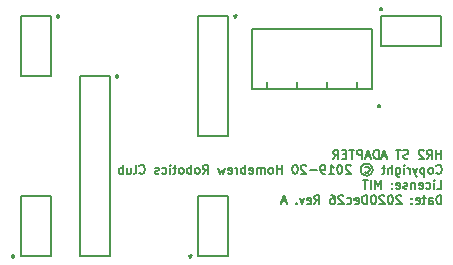
<source format=gbr>
%TF.GenerationSoftware,KiCad,Pcbnew,5.1.9-73d0e3b20d~88~ubuntu20.04.1*%
%TF.CreationDate,2020-12-29T15:57:48-08:00*%
%TF.ProjectId,st_adapter,73745f61-6461-4707-9465-722e6b696361,A*%
%TF.SameCoordinates,Original*%
%TF.FileFunction,Legend,Bot*%
%TF.FilePolarity,Positive*%
%FSLAX46Y46*%
G04 Gerber Fmt 4.6, Leading zero omitted, Abs format (unit mm)*
G04 Created by KiCad (PCBNEW 5.1.9-73d0e3b20d~88~ubuntu20.04.1) date 2020-12-29 15:57:48*
%MOMM*%
%LPD*%
G01*
G04 APERTURE LIST*
%ADD10C,0.150000*%
%ADD11C,0.200000*%
G04 APERTURE END LIST*
D10*
X102593928Y-102312785D02*
X102593928Y-101562785D01*
X102593928Y-101919928D02*
X102165357Y-101919928D01*
X102165357Y-102312785D02*
X102165357Y-101562785D01*
X101379642Y-102312785D02*
X101629642Y-101955642D01*
X101808214Y-102312785D02*
X101808214Y-101562785D01*
X101522500Y-101562785D01*
X101451071Y-101598500D01*
X101415357Y-101634214D01*
X101379642Y-101705642D01*
X101379642Y-101812785D01*
X101415357Y-101884214D01*
X101451071Y-101919928D01*
X101522500Y-101955642D01*
X101808214Y-101955642D01*
X101093928Y-101634214D02*
X101058214Y-101598500D01*
X100986785Y-101562785D01*
X100808214Y-101562785D01*
X100736785Y-101598500D01*
X100701071Y-101634214D01*
X100665357Y-101705642D01*
X100665357Y-101777071D01*
X100701071Y-101884214D01*
X101129642Y-102312785D01*
X100665357Y-102312785D01*
X99808214Y-102277071D02*
X99701071Y-102312785D01*
X99522500Y-102312785D01*
X99451071Y-102277071D01*
X99415357Y-102241357D01*
X99379642Y-102169928D01*
X99379642Y-102098500D01*
X99415357Y-102027071D01*
X99451071Y-101991357D01*
X99522500Y-101955642D01*
X99665357Y-101919928D01*
X99736785Y-101884214D01*
X99772500Y-101848500D01*
X99808214Y-101777071D01*
X99808214Y-101705642D01*
X99772500Y-101634214D01*
X99736785Y-101598500D01*
X99665357Y-101562785D01*
X99486785Y-101562785D01*
X99379642Y-101598500D01*
X99165357Y-101562785D02*
X98736785Y-101562785D01*
X98951071Y-102312785D02*
X98951071Y-101562785D01*
X97951071Y-102098500D02*
X97593928Y-102098500D01*
X98022500Y-102312785D02*
X97772500Y-101562785D01*
X97522500Y-102312785D01*
X97272500Y-102312785D02*
X97272500Y-101562785D01*
X97093928Y-101562785D01*
X96986785Y-101598500D01*
X96915357Y-101669928D01*
X96879642Y-101741357D01*
X96843928Y-101884214D01*
X96843928Y-101991357D01*
X96879642Y-102134214D01*
X96915357Y-102205642D01*
X96986785Y-102277071D01*
X97093928Y-102312785D01*
X97272500Y-102312785D01*
X96558214Y-102098500D02*
X96201071Y-102098500D01*
X96629642Y-102312785D02*
X96379642Y-101562785D01*
X96129642Y-102312785D01*
X95879642Y-102312785D02*
X95879642Y-101562785D01*
X95593928Y-101562785D01*
X95522500Y-101598500D01*
X95486785Y-101634214D01*
X95451071Y-101705642D01*
X95451071Y-101812785D01*
X95486785Y-101884214D01*
X95522500Y-101919928D01*
X95593928Y-101955642D01*
X95879642Y-101955642D01*
X95236785Y-101562785D02*
X94808214Y-101562785D01*
X95022500Y-102312785D02*
X95022500Y-101562785D01*
X94558214Y-101919928D02*
X94308214Y-101919928D01*
X94201071Y-102312785D02*
X94558214Y-102312785D01*
X94558214Y-101562785D01*
X94201071Y-101562785D01*
X93451071Y-102312785D02*
X93701071Y-101955642D01*
X93879642Y-102312785D02*
X93879642Y-101562785D01*
X93593928Y-101562785D01*
X93522500Y-101598500D01*
X93486785Y-101634214D01*
X93451071Y-101705642D01*
X93451071Y-101812785D01*
X93486785Y-101884214D01*
X93522500Y-101919928D01*
X93593928Y-101955642D01*
X93879642Y-101955642D01*
X102165357Y-103516357D02*
X102201071Y-103552071D01*
X102308214Y-103587785D01*
X102379642Y-103587785D01*
X102486785Y-103552071D01*
X102558214Y-103480642D01*
X102593928Y-103409214D01*
X102629642Y-103266357D01*
X102629642Y-103159214D01*
X102593928Y-103016357D01*
X102558214Y-102944928D01*
X102486785Y-102873500D01*
X102379642Y-102837785D01*
X102308214Y-102837785D01*
X102201071Y-102873500D01*
X102165357Y-102909214D01*
X101736785Y-103587785D02*
X101808214Y-103552071D01*
X101843928Y-103516357D01*
X101879642Y-103444928D01*
X101879642Y-103230642D01*
X101843928Y-103159214D01*
X101808214Y-103123500D01*
X101736785Y-103087785D01*
X101629642Y-103087785D01*
X101558214Y-103123500D01*
X101522500Y-103159214D01*
X101486785Y-103230642D01*
X101486785Y-103444928D01*
X101522500Y-103516357D01*
X101558214Y-103552071D01*
X101629642Y-103587785D01*
X101736785Y-103587785D01*
X101165357Y-103087785D02*
X101165357Y-103837785D01*
X101165357Y-103123500D02*
X101093928Y-103087785D01*
X100951071Y-103087785D01*
X100879642Y-103123500D01*
X100843928Y-103159214D01*
X100808214Y-103230642D01*
X100808214Y-103444928D01*
X100843928Y-103516357D01*
X100879642Y-103552071D01*
X100951071Y-103587785D01*
X101093928Y-103587785D01*
X101165357Y-103552071D01*
X100558214Y-103087785D02*
X100379642Y-103587785D01*
X100201071Y-103087785D02*
X100379642Y-103587785D01*
X100451071Y-103766357D01*
X100486785Y-103802071D01*
X100558214Y-103837785D01*
X99915357Y-103587785D02*
X99915357Y-103087785D01*
X99915357Y-103230642D02*
X99879642Y-103159214D01*
X99843928Y-103123500D01*
X99772500Y-103087785D01*
X99701071Y-103087785D01*
X99451071Y-103587785D02*
X99451071Y-103087785D01*
X99451071Y-102837785D02*
X99486785Y-102873500D01*
X99451071Y-102909214D01*
X99415357Y-102873500D01*
X99451071Y-102837785D01*
X99451071Y-102909214D01*
X98772500Y-103087785D02*
X98772500Y-103694928D01*
X98808214Y-103766357D01*
X98843928Y-103802071D01*
X98915357Y-103837785D01*
X99022500Y-103837785D01*
X99093928Y-103802071D01*
X98772500Y-103552071D02*
X98843928Y-103587785D01*
X98986785Y-103587785D01*
X99058214Y-103552071D01*
X99093928Y-103516357D01*
X99129642Y-103444928D01*
X99129642Y-103230642D01*
X99093928Y-103159214D01*
X99058214Y-103123500D01*
X98986785Y-103087785D01*
X98843928Y-103087785D01*
X98772500Y-103123500D01*
X98415357Y-103587785D02*
X98415357Y-102837785D01*
X98093928Y-103587785D02*
X98093928Y-103194928D01*
X98129642Y-103123500D01*
X98201071Y-103087785D01*
X98308214Y-103087785D01*
X98379642Y-103123500D01*
X98415357Y-103159214D01*
X97843928Y-103087785D02*
X97558214Y-103087785D01*
X97736785Y-102837785D02*
X97736785Y-103480642D01*
X97701071Y-103552071D01*
X97629642Y-103587785D01*
X97558214Y-103587785D01*
X96129642Y-103016357D02*
X96201071Y-102980642D01*
X96343928Y-102980642D01*
X96415357Y-103016357D01*
X96486785Y-103087785D01*
X96522500Y-103159214D01*
X96522500Y-103302071D01*
X96486785Y-103373500D01*
X96415357Y-103444928D01*
X96343928Y-103480642D01*
X96201071Y-103480642D01*
X96129642Y-103444928D01*
X96272500Y-102730642D02*
X96451071Y-102766357D01*
X96629642Y-102873500D01*
X96736785Y-103052071D01*
X96772500Y-103230642D01*
X96736785Y-103409214D01*
X96629642Y-103587785D01*
X96451071Y-103694928D01*
X96272500Y-103730642D01*
X96093928Y-103694928D01*
X95915357Y-103587785D01*
X95808214Y-103409214D01*
X95772500Y-103230642D01*
X95808214Y-103052071D01*
X95915357Y-102873500D01*
X96093928Y-102766357D01*
X96272500Y-102730642D01*
X94915357Y-102909214D02*
X94879642Y-102873500D01*
X94808214Y-102837785D01*
X94629642Y-102837785D01*
X94558214Y-102873500D01*
X94522500Y-102909214D01*
X94486785Y-102980642D01*
X94486785Y-103052071D01*
X94522500Y-103159214D01*
X94951071Y-103587785D01*
X94486785Y-103587785D01*
X94022500Y-102837785D02*
X93951071Y-102837785D01*
X93879642Y-102873500D01*
X93843928Y-102909214D01*
X93808214Y-102980642D01*
X93772500Y-103123500D01*
X93772500Y-103302071D01*
X93808214Y-103444928D01*
X93843928Y-103516357D01*
X93879642Y-103552071D01*
X93951071Y-103587785D01*
X94022500Y-103587785D01*
X94093928Y-103552071D01*
X94129642Y-103516357D01*
X94165357Y-103444928D01*
X94201071Y-103302071D01*
X94201071Y-103123500D01*
X94165357Y-102980642D01*
X94129642Y-102909214D01*
X94093928Y-102873500D01*
X94022500Y-102837785D01*
X93058214Y-103587785D02*
X93486785Y-103587785D01*
X93272500Y-103587785D02*
X93272500Y-102837785D01*
X93343928Y-102944928D01*
X93415357Y-103016357D01*
X93486785Y-103052071D01*
X92701071Y-103587785D02*
X92558214Y-103587785D01*
X92486785Y-103552071D01*
X92451071Y-103516357D01*
X92379642Y-103409214D01*
X92343928Y-103266357D01*
X92343928Y-102980642D01*
X92379642Y-102909214D01*
X92415357Y-102873500D01*
X92486785Y-102837785D01*
X92629642Y-102837785D01*
X92701071Y-102873500D01*
X92736785Y-102909214D01*
X92772500Y-102980642D01*
X92772500Y-103159214D01*
X92736785Y-103230642D01*
X92701071Y-103266357D01*
X92629642Y-103302071D01*
X92486785Y-103302071D01*
X92415357Y-103266357D01*
X92379642Y-103230642D01*
X92343928Y-103159214D01*
X92022500Y-103302071D02*
X91451071Y-103302071D01*
X91129642Y-102909214D02*
X91093928Y-102873500D01*
X91022500Y-102837785D01*
X90843928Y-102837785D01*
X90772500Y-102873500D01*
X90736785Y-102909214D01*
X90701071Y-102980642D01*
X90701071Y-103052071D01*
X90736785Y-103159214D01*
X91165357Y-103587785D01*
X90701071Y-103587785D01*
X90236785Y-102837785D02*
X90165357Y-102837785D01*
X90093928Y-102873500D01*
X90058214Y-102909214D01*
X90022500Y-102980642D01*
X89986785Y-103123500D01*
X89986785Y-103302071D01*
X90022500Y-103444928D01*
X90058214Y-103516357D01*
X90093928Y-103552071D01*
X90165357Y-103587785D01*
X90236785Y-103587785D01*
X90308214Y-103552071D01*
X90343928Y-103516357D01*
X90379642Y-103444928D01*
X90415357Y-103302071D01*
X90415357Y-103123500D01*
X90379642Y-102980642D01*
X90343928Y-102909214D01*
X90308214Y-102873500D01*
X90236785Y-102837785D01*
X89093928Y-103587785D02*
X89093928Y-102837785D01*
X89093928Y-103194928D02*
X88665357Y-103194928D01*
X88665357Y-103587785D02*
X88665357Y-102837785D01*
X88201071Y-103587785D02*
X88272500Y-103552071D01*
X88308214Y-103516357D01*
X88343928Y-103444928D01*
X88343928Y-103230642D01*
X88308214Y-103159214D01*
X88272500Y-103123500D01*
X88201071Y-103087785D01*
X88093928Y-103087785D01*
X88022500Y-103123500D01*
X87986785Y-103159214D01*
X87951071Y-103230642D01*
X87951071Y-103444928D01*
X87986785Y-103516357D01*
X88022500Y-103552071D01*
X88093928Y-103587785D01*
X88201071Y-103587785D01*
X87629642Y-103587785D02*
X87629642Y-103087785D01*
X87629642Y-103159214D02*
X87593928Y-103123500D01*
X87522500Y-103087785D01*
X87415357Y-103087785D01*
X87343928Y-103123500D01*
X87308214Y-103194928D01*
X87308214Y-103587785D01*
X87308214Y-103194928D02*
X87272500Y-103123500D01*
X87201071Y-103087785D01*
X87093928Y-103087785D01*
X87022500Y-103123500D01*
X86986785Y-103194928D01*
X86986785Y-103587785D01*
X86343928Y-103552071D02*
X86415357Y-103587785D01*
X86558214Y-103587785D01*
X86629642Y-103552071D01*
X86665357Y-103480642D01*
X86665357Y-103194928D01*
X86629642Y-103123500D01*
X86558214Y-103087785D01*
X86415357Y-103087785D01*
X86343928Y-103123500D01*
X86308214Y-103194928D01*
X86308214Y-103266357D01*
X86665357Y-103337785D01*
X85986785Y-103587785D02*
X85986785Y-102837785D01*
X85986785Y-103123500D02*
X85915357Y-103087785D01*
X85772500Y-103087785D01*
X85701071Y-103123500D01*
X85665357Y-103159214D01*
X85629642Y-103230642D01*
X85629642Y-103444928D01*
X85665357Y-103516357D01*
X85701071Y-103552071D01*
X85772500Y-103587785D01*
X85915357Y-103587785D01*
X85986785Y-103552071D01*
X85308214Y-103587785D02*
X85308214Y-103087785D01*
X85308214Y-103230642D02*
X85272500Y-103159214D01*
X85236785Y-103123500D01*
X85165357Y-103087785D01*
X85093928Y-103087785D01*
X84558214Y-103552071D02*
X84629642Y-103587785D01*
X84772500Y-103587785D01*
X84843928Y-103552071D01*
X84879642Y-103480642D01*
X84879642Y-103194928D01*
X84843928Y-103123500D01*
X84772500Y-103087785D01*
X84629642Y-103087785D01*
X84558214Y-103123500D01*
X84522500Y-103194928D01*
X84522500Y-103266357D01*
X84879642Y-103337785D01*
X84272500Y-103087785D02*
X84129642Y-103587785D01*
X83986785Y-103230642D01*
X83843928Y-103587785D01*
X83701071Y-103087785D01*
X82415357Y-103587785D02*
X82665357Y-103230642D01*
X82843928Y-103587785D02*
X82843928Y-102837785D01*
X82558214Y-102837785D01*
X82486785Y-102873500D01*
X82451071Y-102909214D01*
X82415357Y-102980642D01*
X82415357Y-103087785D01*
X82451071Y-103159214D01*
X82486785Y-103194928D01*
X82558214Y-103230642D01*
X82843928Y-103230642D01*
X81986785Y-103587785D02*
X82058214Y-103552071D01*
X82093928Y-103516357D01*
X82129642Y-103444928D01*
X82129642Y-103230642D01*
X82093928Y-103159214D01*
X82058214Y-103123500D01*
X81986785Y-103087785D01*
X81879642Y-103087785D01*
X81808214Y-103123500D01*
X81772500Y-103159214D01*
X81736785Y-103230642D01*
X81736785Y-103444928D01*
X81772500Y-103516357D01*
X81808214Y-103552071D01*
X81879642Y-103587785D01*
X81986785Y-103587785D01*
X81415357Y-103587785D02*
X81415357Y-102837785D01*
X81415357Y-103123500D02*
X81343928Y-103087785D01*
X81201071Y-103087785D01*
X81129642Y-103123500D01*
X81093928Y-103159214D01*
X81058214Y-103230642D01*
X81058214Y-103444928D01*
X81093928Y-103516357D01*
X81129642Y-103552071D01*
X81201071Y-103587785D01*
X81343928Y-103587785D01*
X81415357Y-103552071D01*
X80629642Y-103587785D02*
X80701071Y-103552071D01*
X80736785Y-103516357D01*
X80772500Y-103444928D01*
X80772500Y-103230642D01*
X80736785Y-103159214D01*
X80701071Y-103123500D01*
X80629642Y-103087785D01*
X80522500Y-103087785D01*
X80451071Y-103123500D01*
X80415357Y-103159214D01*
X80379642Y-103230642D01*
X80379642Y-103444928D01*
X80415357Y-103516357D01*
X80451071Y-103552071D01*
X80522500Y-103587785D01*
X80629642Y-103587785D01*
X80165357Y-103087785D02*
X79879642Y-103087785D01*
X80058214Y-102837785D02*
X80058214Y-103480642D01*
X80022500Y-103552071D01*
X79951071Y-103587785D01*
X79879642Y-103587785D01*
X79629642Y-103587785D02*
X79629642Y-103087785D01*
X79629642Y-102837785D02*
X79665357Y-102873500D01*
X79629642Y-102909214D01*
X79593928Y-102873500D01*
X79629642Y-102837785D01*
X79629642Y-102909214D01*
X78951071Y-103552071D02*
X79022500Y-103587785D01*
X79165357Y-103587785D01*
X79236785Y-103552071D01*
X79272500Y-103516357D01*
X79308214Y-103444928D01*
X79308214Y-103230642D01*
X79272500Y-103159214D01*
X79236785Y-103123500D01*
X79165357Y-103087785D01*
X79022500Y-103087785D01*
X78951071Y-103123500D01*
X78665357Y-103552071D02*
X78593928Y-103587785D01*
X78451071Y-103587785D01*
X78379642Y-103552071D01*
X78343928Y-103480642D01*
X78343928Y-103444928D01*
X78379642Y-103373500D01*
X78451071Y-103337785D01*
X78558214Y-103337785D01*
X78629642Y-103302071D01*
X78665357Y-103230642D01*
X78665357Y-103194928D01*
X78629642Y-103123500D01*
X78558214Y-103087785D01*
X78451071Y-103087785D01*
X78379642Y-103123500D01*
X77022500Y-103516357D02*
X77058214Y-103552071D01*
X77165357Y-103587785D01*
X77236785Y-103587785D01*
X77343928Y-103552071D01*
X77415357Y-103480642D01*
X77451071Y-103409214D01*
X77486785Y-103266357D01*
X77486785Y-103159214D01*
X77451071Y-103016357D01*
X77415357Y-102944928D01*
X77343928Y-102873500D01*
X77236785Y-102837785D01*
X77165357Y-102837785D01*
X77058214Y-102873500D01*
X77022500Y-102909214D01*
X76593928Y-103587785D02*
X76665357Y-103552071D01*
X76701071Y-103480642D01*
X76701071Y-102837785D01*
X75986785Y-103087785D02*
X75986785Y-103587785D01*
X76308214Y-103087785D02*
X76308214Y-103480642D01*
X76272500Y-103552071D01*
X76201071Y-103587785D01*
X76093928Y-103587785D01*
X76022500Y-103552071D01*
X75986785Y-103516357D01*
X75629642Y-103587785D02*
X75629642Y-102837785D01*
X75629642Y-103123500D02*
X75558214Y-103087785D01*
X75415357Y-103087785D01*
X75343928Y-103123500D01*
X75308214Y-103159214D01*
X75272500Y-103230642D01*
X75272500Y-103444928D01*
X75308214Y-103516357D01*
X75343928Y-103552071D01*
X75415357Y-103587785D01*
X75558214Y-103587785D01*
X75629642Y-103552071D01*
X102236785Y-104862785D02*
X102593928Y-104862785D01*
X102593928Y-104112785D01*
X101986785Y-104862785D02*
X101986785Y-104362785D01*
X101986785Y-104112785D02*
X102022500Y-104148500D01*
X101986785Y-104184214D01*
X101951071Y-104148500D01*
X101986785Y-104112785D01*
X101986785Y-104184214D01*
X101308214Y-104827071D02*
X101379642Y-104862785D01*
X101522500Y-104862785D01*
X101593928Y-104827071D01*
X101629642Y-104791357D01*
X101665357Y-104719928D01*
X101665357Y-104505642D01*
X101629642Y-104434214D01*
X101593928Y-104398500D01*
X101522500Y-104362785D01*
X101379642Y-104362785D01*
X101308214Y-104398500D01*
X100701071Y-104827071D02*
X100772500Y-104862785D01*
X100915357Y-104862785D01*
X100986785Y-104827071D01*
X101022500Y-104755642D01*
X101022500Y-104469928D01*
X100986785Y-104398500D01*
X100915357Y-104362785D01*
X100772500Y-104362785D01*
X100701071Y-104398500D01*
X100665357Y-104469928D01*
X100665357Y-104541357D01*
X101022500Y-104612785D01*
X100343928Y-104362785D02*
X100343928Y-104862785D01*
X100343928Y-104434214D02*
X100308214Y-104398500D01*
X100236785Y-104362785D01*
X100129642Y-104362785D01*
X100058214Y-104398500D01*
X100022500Y-104469928D01*
X100022500Y-104862785D01*
X99701071Y-104827071D02*
X99629642Y-104862785D01*
X99486785Y-104862785D01*
X99415357Y-104827071D01*
X99379642Y-104755642D01*
X99379642Y-104719928D01*
X99415357Y-104648500D01*
X99486785Y-104612785D01*
X99593928Y-104612785D01*
X99665357Y-104577071D01*
X99701071Y-104505642D01*
X99701071Y-104469928D01*
X99665357Y-104398500D01*
X99593928Y-104362785D01*
X99486785Y-104362785D01*
X99415357Y-104398500D01*
X98772500Y-104827071D02*
X98843928Y-104862785D01*
X98986785Y-104862785D01*
X99058214Y-104827071D01*
X99093928Y-104755642D01*
X99093928Y-104469928D01*
X99058214Y-104398500D01*
X98986785Y-104362785D01*
X98843928Y-104362785D01*
X98772500Y-104398500D01*
X98736785Y-104469928D01*
X98736785Y-104541357D01*
X99093928Y-104612785D01*
X98415357Y-104791357D02*
X98379642Y-104827071D01*
X98415357Y-104862785D01*
X98451071Y-104827071D01*
X98415357Y-104791357D01*
X98415357Y-104862785D01*
X98415357Y-104398500D02*
X98379642Y-104434214D01*
X98415357Y-104469928D01*
X98451071Y-104434214D01*
X98415357Y-104398500D01*
X98415357Y-104469928D01*
X97486785Y-104862785D02*
X97486785Y-104112785D01*
X97236785Y-104648500D01*
X96986785Y-104112785D01*
X96986785Y-104862785D01*
X96629642Y-104862785D02*
X96629642Y-104112785D01*
X96379642Y-104112785D02*
X95951071Y-104112785D01*
X96165357Y-104862785D02*
X96165357Y-104112785D01*
X102593928Y-106137785D02*
X102593928Y-105387785D01*
X102415357Y-105387785D01*
X102308214Y-105423500D01*
X102236785Y-105494928D01*
X102201071Y-105566357D01*
X102165357Y-105709214D01*
X102165357Y-105816357D01*
X102201071Y-105959214D01*
X102236785Y-106030642D01*
X102308214Y-106102071D01*
X102415357Y-106137785D01*
X102593928Y-106137785D01*
X101522500Y-106137785D02*
X101522500Y-105744928D01*
X101558214Y-105673500D01*
X101629642Y-105637785D01*
X101772500Y-105637785D01*
X101843928Y-105673500D01*
X101522500Y-106102071D02*
X101593928Y-106137785D01*
X101772500Y-106137785D01*
X101843928Y-106102071D01*
X101879642Y-106030642D01*
X101879642Y-105959214D01*
X101843928Y-105887785D01*
X101772500Y-105852071D01*
X101593928Y-105852071D01*
X101522500Y-105816357D01*
X101272500Y-105637785D02*
X100986785Y-105637785D01*
X101165357Y-105387785D02*
X101165357Y-106030642D01*
X101129642Y-106102071D01*
X101058214Y-106137785D01*
X100986785Y-106137785D01*
X100451071Y-106102071D02*
X100522499Y-106137785D01*
X100665357Y-106137785D01*
X100736785Y-106102071D01*
X100772499Y-106030642D01*
X100772499Y-105744928D01*
X100736785Y-105673500D01*
X100665357Y-105637785D01*
X100522499Y-105637785D01*
X100451071Y-105673500D01*
X100415357Y-105744928D01*
X100415357Y-105816357D01*
X100772499Y-105887785D01*
X100093928Y-106066357D02*
X100058214Y-106102071D01*
X100093928Y-106137785D01*
X100129642Y-106102071D01*
X100093928Y-106066357D01*
X100093928Y-106137785D01*
X100093928Y-105673500D02*
X100058214Y-105709214D01*
X100093928Y-105744928D01*
X100129642Y-105709214D01*
X100093928Y-105673500D01*
X100093928Y-105744928D01*
X99201071Y-105459214D02*
X99165357Y-105423500D01*
X99093928Y-105387785D01*
X98915357Y-105387785D01*
X98843928Y-105423500D01*
X98808214Y-105459214D01*
X98772500Y-105530642D01*
X98772500Y-105602071D01*
X98808214Y-105709214D01*
X99236785Y-106137785D01*
X98772500Y-106137785D01*
X98308214Y-105387785D02*
X98236785Y-105387785D01*
X98165357Y-105423500D01*
X98129642Y-105459214D01*
X98093928Y-105530642D01*
X98058214Y-105673500D01*
X98058214Y-105852071D01*
X98093928Y-105994928D01*
X98129642Y-106066357D01*
X98165357Y-106102071D01*
X98236785Y-106137785D01*
X98308214Y-106137785D01*
X98379642Y-106102071D01*
X98415357Y-106066357D01*
X98451071Y-105994928D01*
X98486785Y-105852071D01*
X98486785Y-105673500D01*
X98451071Y-105530642D01*
X98415357Y-105459214D01*
X98379642Y-105423500D01*
X98308214Y-105387785D01*
X97772499Y-105459214D02*
X97736785Y-105423500D01*
X97665357Y-105387785D01*
X97486785Y-105387785D01*
X97415357Y-105423500D01*
X97379642Y-105459214D01*
X97343928Y-105530642D01*
X97343928Y-105602071D01*
X97379642Y-105709214D01*
X97808214Y-106137785D01*
X97343928Y-106137785D01*
X96879642Y-105387785D02*
X96808214Y-105387785D01*
X96736785Y-105423500D01*
X96701071Y-105459214D01*
X96665357Y-105530642D01*
X96629642Y-105673500D01*
X96629642Y-105852071D01*
X96665357Y-105994928D01*
X96701071Y-106066357D01*
X96736785Y-106102071D01*
X96808214Y-106137785D01*
X96879642Y-106137785D01*
X96951071Y-106102071D01*
X96986785Y-106066357D01*
X97022499Y-105994928D01*
X97058214Y-105852071D01*
X97058214Y-105673500D01*
X97022499Y-105530642D01*
X96986785Y-105459214D01*
X96951071Y-105423500D01*
X96879642Y-105387785D01*
X96308214Y-106137785D02*
X96308214Y-105387785D01*
X96129642Y-105387785D01*
X96022499Y-105423500D01*
X95951071Y-105494928D01*
X95915357Y-105566357D01*
X95879642Y-105709214D01*
X95879642Y-105816357D01*
X95915357Y-105959214D01*
X95951071Y-106030642D01*
X96022499Y-106102071D01*
X96129642Y-106137785D01*
X96308214Y-106137785D01*
X95272499Y-106102071D02*
X95343928Y-106137785D01*
X95486785Y-106137785D01*
X95558214Y-106102071D01*
X95593928Y-106030642D01*
X95593928Y-105744928D01*
X95558214Y-105673500D01*
X95486785Y-105637785D01*
X95343928Y-105637785D01*
X95272499Y-105673500D01*
X95236785Y-105744928D01*
X95236785Y-105816357D01*
X95593928Y-105887785D01*
X94593928Y-106102071D02*
X94665357Y-106137785D01*
X94808214Y-106137785D01*
X94879642Y-106102071D01*
X94915357Y-106066357D01*
X94951071Y-105994928D01*
X94951071Y-105780642D01*
X94915357Y-105709214D01*
X94879642Y-105673500D01*
X94808214Y-105637785D01*
X94665357Y-105637785D01*
X94593928Y-105673500D01*
X94308214Y-105459214D02*
X94272499Y-105423500D01*
X94201071Y-105387785D01*
X94022499Y-105387785D01*
X93951071Y-105423500D01*
X93915357Y-105459214D01*
X93879642Y-105530642D01*
X93879642Y-105602071D01*
X93915357Y-105709214D01*
X94343928Y-106137785D01*
X93879642Y-106137785D01*
X93236785Y-105387785D02*
X93379642Y-105387785D01*
X93451071Y-105423500D01*
X93486785Y-105459214D01*
X93558214Y-105566357D01*
X93593928Y-105709214D01*
X93593928Y-105994928D01*
X93558214Y-106066357D01*
X93522499Y-106102071D01*
X93451071Y-106137785D01*
X93308214Y-106137785D01*
X93236785Y-106102071D01*
X93201071Y-106066357D01*
X93165357Y-105994928D01*
X93165357Y-105816357D01*
X93201071Y-105744928D01*
X93236785Y-105709214D01*
X93308214Y-105673500D01*
X93451071Y-105673500D01*
X93522499Y-105709214D01*
X93558214Y-105744928D01*
X93593928Y-105816357D01*
X91843928Y-106137785D02*
X92093928Y-105780642D01*
X92272499Y-106137785D02*
X92272499Y-105387785D01*
X91986785Y-105387785D01*
X91915357Y-105423500D01*
X91879642Y-105459214D01*
X91843928Y-105530642D01*
X91843928Y-105637785D01*
X91879642Y-105709214D01*
X91915357Y-105744928D01*
X91986785Y-105780642D01*
X92272499Y-105780642D01*
X91236785Y-106102071D02*
X91308214Y-106137785D01*
X91451071Y-106137785D01*
X91522499Y-106102071D01*
X91558214Y-106030642D01*
X91558214Y-105744928D01*
X91522499Y-105673500D01*
X91451071Y-105637785D01*
X91308214Y-105637785D01*
X91236785Y-105673500D01*
X91201071Y-105744928D01*
X91201071Y-105816357D01*
X91558214Y-105887785D01*
X90951071Y-105637785D02*
X90772499Y-106137785D01*
X90593928Y-105637785D01*
X90308214Y-106066357D02*
X90272499Y-106102071D01*
X90308214Y-106137785D01*
X90343928Y-106102071D01*
X90308214Y-106066357D01*
X90308214Y-106137785D01*
X89415357Y-105923500D02*
X89058214Y-105923500D01*
X89486785Y-106137785D02*
X89236785Y-105387785D01*
X88986785Y-106137785D01*
D11*
%TO.C,CN2A*%
X69520000Y-95330000D02*
X69520000Y-90250000D01*
X69520000Y-90250000D02*
X66980000Y-90250000D01*
X66980000Y-90250000D02*
X66980000Y-95330000D01*
X66980000Y-95330000D02*
X69520000Y-95330000D01*
X70160000Y-90350000D02*
X70230000Y-90320000D01*
X70230000Y-90320000D02*
X70250000Y-90250000D01*
X70250000Y-90250000D02*
X70230000Y-90180000D01*
X70230000Y-90180000D02*
X70160000Y-90150000D01*
X70160000Y-90150000D02*
X70080000Y-90180000D01*
X70080000Y-90180000D02*
X70050000Y-90250000D01*
X70050000Y-90250000D02*
X70080000Y-90320000D01*
X70080000Y-90320000D02*
X70160000Y-90350000D01*
X74520000Y-110570000D02*
X74520000Y-95330000D01*
X74520000Y-95330000D02*
X71980000Y-95330000D01*
X71980000Y-95330000D02*
X71980000Y-110570000D01*
X71980000Y-110570000D02*
X74520000Y-110570000D01*
X75160000Y-95430000D02*
X75230000Y-95400000D01*
X75230000Y-95400000D02*
X75250000Y-95330000D01*
X75250000Y-95330000D02*
X75230000Y-95260000D01*
X75230000Y-95260000D02*
X75160000Y-95230000D01*
X75160000Y-95230000D02*
X75080000Y-95260000D01*
X75080000Y-95260000D02*
X75050000Y-95330000D01*
X75050000Y-95330000D02*
X75080000Y-95400000D01*
X75080000Y-95400000D02*
X75160000Y-95430000D01*
X66980000Y-105490000D02*
X66980000Y-110570000D01*
X66980000Y-110570000D02*
X69520000Y-110570000D01*
X69520000Y-110570000D02*
X69520000Y-105490000D01*
X69520000Y-105490000D02*
X66980000Y-105490000D01*
X66340000Y-110470000D02*
X66270000Y-110500000D01*
X66270000Y-110500000D02*
X66240000Y-110570000D01*
X66240000Y-110570000D02*
X66270000Y-110640000D01*
X66270000Y-110640000D02*
X66340000Y-110670000D01*
X66340000Y-110670000D02*
X66420000Y-110640000D01*
X66420000Y-110640000D02*
X66450000Y-110570000D01*
X66450000Y-110570000D02*
X66420000Y-110500000D01*
X66420000Y-110500000D02*
X66340000Y-110470000D01*
X84520000Y-100410000D02*
X84520000Y-90250000D01*
X84520000Y-90250000D02*
X81980000Y-90250000D01*
X81980000Y-90250000D02*
X81980000Y-100410000D01*
X81980000Y-100410000D02*
X84520000Y-100410000D01*
X85150000Y-90350000D02*
X85230000Y-90320000D01*
X85230000Y-90320000D02*
X85250000Y-90250000D01*
X85250000Y-90250000D02*
X85230000Y-90180000D01*
X85230000Y-90180000D02*
X85150000Y-90150000D01*
X85150000Y-90150000D02*
X85080000Y-90180000D01*
X85080000Y-90180000D02*
X85050000Y-90250000D01*
X85050000Y-90250000D02*
X85080000Y-90320000D01*
X85080000Y-90320000D02*
X85150000Y-90350000D01*
X81980000Y-105490000D02*
X81980000Y-110570000D01*
X81980000Y-110570000D02*
X84520000Y-110570000D01*
X84520000Y-110570000D02*
X84520000Y-105490000D01*
X84520000Y-105490000D02*
X81980000Y-105490000D01*
X81340000Y-110470000D02*
X81270000Y-110500000D01*
X81270000Y-110500000D02*
X81250000Y-110570000D01*
X81250000Y-110570000D02*
X81270000Y-110640000D01*
X81270000Y-110640000D02*
X81340000Y-110670000D01*
X81340000Y-110670000D02*
X81420000Y-110640000D01*
X81420000Y-110640000D02*
X81450000Y-110570000D01*
X81450000Y-110570000D02*
X81420000Y-110500000D01*
X81420000Y-110500000D02*
X81340000Y-110470000D01*
X102540000Y-90250000D02*
X97460000Y-90250000D01*
X97460000Y-90250000D02*
X97460000Y-92790000D01*
X97460000Y-92790000D02*
X102540000Y-92790000D01*
X102540000Y-92790000D02*
X102540000Y-90250000D01*
X97560000Y-89620000D02*
X97530000Y-89540000D01*
X97530000Y-89540000D02*
X97460000Y-89520000D01*
X97460000Y-89520000D02*
X97390000Y-89540000D01*
X97390000Y-89540000D02*
X97360000Y-89620000D01*
X97360000Y-89620000D02*
X97390000Y-89690000D01*
X97390000Y-89690000D02*
X97460000Y-89710000D01*
X97460000Y-89710000D02*
X97530000Y-89690000D01*
X97530000Y-89690000D02*
X97560000Y-89620000D01*
%TO.C,CN1*%
X86540000Y-96370000D02*
X96710000Y-96370000D01*
X96710000Y-96370000D02*
X96710000Y-91290000D01*
X96710000Y-91290000D02*
X86540000Y-91290000D01*
X86540000Y-91290000D02*
X86540000Y-96370000D01*
X95440000Y-95800000D02*
X95440000Y-96370000D01*
X92900000Y-95800000D02*
X92900000Y-96370000D01*
X90360000Y-95800000D02*
X90360000Y-96370000D01*
X87820000Y-95800000D02*
X87820000Y-96370000D01*
X97240000Y-97830000D02*
X97270000Y-97900000D01*
X97270000Y-97900000D02*
X97340000Y-97930000D01*
X97340000Y-97930000D02*
X97410000Y-97900000D01*
X97410000Y-97900000D02*
X97440000Y-97830000D01*
X97440000Y-97830000D02*
X97410000Y-97760000D01*
X97410000Y-97760000D02*
X97340000Y-97730000D01*
X97340000Y-97730000D02*
X97270000Y-97760000D01*
X97270000Y-97760000D02*
X97240000Y-97830000D01*
%TD*%
M02*

</source>
